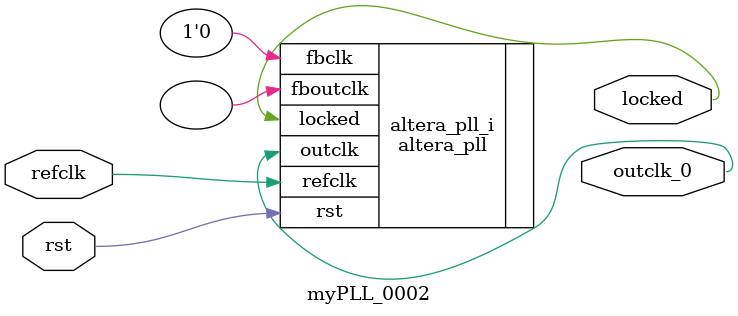
<source format=v>
`timescale 1ns/10ps
module  myPLL_0002(

	// interface 'refclk'
	input wire refclk,

	// interface 'reset'
	input wire rst,

	// interface 'outclk0'
	output wire outclk_0,

	// interface 'locked'
	output wire locked
);

	altera_pll #(
		.fractional_vco_multiplier("false"),
		.reference_clock_frequency("50.0 MHz"),
		.operation_mode("direct"),
		.number_of_clocks(1),
		.output_clock_frequency0("50.000000 MHz"),
		.phase_shift0("0 ps"),
		.duty_cycle0(50),
		.output_clock_frequency1("0 MHz"),
		.phase_shift1("0 ps"),
		.duty_cycle1(50),
		.output_clock_frequency2("0 MHz"),
		.phase_shift2("0 ps"),
		.duty_cycle2(50),
		.output_clock_frequency3("0 MHz"),
		.phase_shift3("0 ps"),
		.duty_cycle3(50),
		.output_clock_frequency4("0 MHz"),
		.phase_shift4("0 ps"),
		.duty_cycle4(50),
		.output_clock_frequency5("0 MHz"),
		.phase_shift5("0 ps"),
		.duty_cycle5(50),
		.output_clock_frequency6("0 MHz"),
		.phase_shift6("0 ps"),
		.duty_cycle6(50),
		.output_clock_frequency7("0 MHz"),
		.phase_shift7("0 ps"),
		.duty_cycle7(50),
		.output_clock_frequency8("0 MHz"),
		.phase_shift8("0 ps"),
		.duty_cycle8(50),
		.output_clock_frequency9("0 MHz"),
		.phase_shift9("0 ps"),
		.duty_cycle9(50),
		.output_clock_frequency10("0 MHz"),
		.phase_shift10("0 ps"),
		.duty_cycle10(50),
		.output_clock_frequency11("0 MHz"),
		.phase_shift11("0 ps"),
		.duty_cycle11(50),
		.output_clock_frequency12("0 MHz"),
		.phase_shift12("0 ps"),
		.duty_cycle12(50),
		.output_clock_frequency13("0 MHz"),
		.phase_shift13("0 ps"),
		.duty_cycle13(50),
		.output_clock_frequency14("0 MHz"),
		.phase_shift14("0 ps"),
		.duty_cycle14(50),
		.output_clock_frequency15("0 MHz"),
		.phase_shift15("0 ps"),
		.duty_cycle15(50),
		.output_clock_frequency16("0 MHz"),
		.phase_shift16("0 ps"),
		.duty_cycle16(50),
		.output_clock_frequency17("0 MHz"),
		.phase_shift17("0 ps"),
		.duty_cycle17(50),
		.pll_type("General"),
		.pll_subtype("General")
	) altera_pll_i (
		.rst	(rst),
		.outclk	({outclk_0}),
		.locked	(locked),
		.fboutclk	( ),
		.fbclk	(1'b0),
		.refclk	(refclk)
	);
endmodule


</source>
